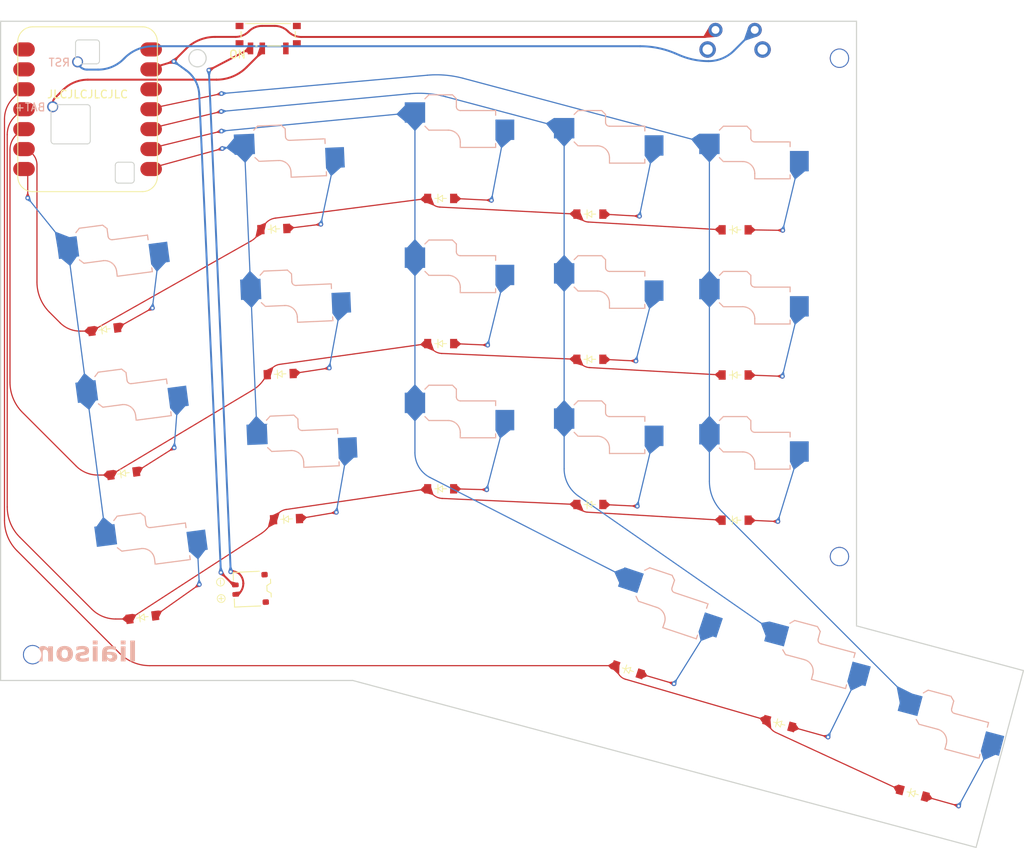
<source format=kicad_pcb>
(kicad_pcb (version 20240108) (generator "pcbnew") (generator_version "8.0")
  (title_block (title "Left") (rev "v1.0.0") (company "Unknown"))
  (layers (0 "F.Cu" signal) (31 "B.Cu" signal) (34 "B.Paste" user) (35 "F.Paste" user) (36 "B.SilkS" user "B.Silkscreen") (37 "F.SilkS" user "F.Silkscreen") (38 "B.Mask" user) (39 "F.Mask" user) (44 "Edge.Cuts" user))
  (net 0 "")
  (net 1 "D0")
  (net 2 "D1")
  (net 3 "R0")
  (net 4 "R1")
  (net 5 "R2")
  (net 6 "R3")
  (net 7 "C0")
  (net 8 "C4")
  (net 9 "C3")
  (net 10 "C2")
  (net 11 "C1")
  (net 12 "RAW3V3")
  (net 13 "RAW5V")
  (net 14 "GND")
  (net 15 "RST")
  (net 16 "BAT")
  (net 17 "pinky_bottom")
  (net 18 "pinky_home")
  (net 19 "pinky_top")
  (net 20 "ring_bottom")
  (net 21 "ring_home")
  (net 22 "ring_top")
  (net 23 "middle_bottom")
  (net 24 "middle_home")
  (net 25 "middle_top")
  (net 26 "index_bottom")
  (net 27 "index_home")
  (net 28 "index_top")
  (net 29 "inner_bottom")
  (net 30 "inner_home")
  (net 31 "inner_top")
  (net 32 "flexion_cluster")
  (net 33 "base_cluster")
  (net 34 "extension_cluster")
  (net 35 "BAT_CONN")
  (footprint "ComboDiode" (layer "F.Cu") (at 157.634462 72.082685)
    (property "Reference" "D11" (hide yes))
    (property "Value" "")
  )
  (footprint "icon_bat" (layer "F.Cu") (at 110.640138 101.517851 92.5)
    (property "Reference" "ICON1" (hide yes))
    (property "Value" "")
  )
  (footprint "ComboDiode" (layer "F.Cu") (at 176.134462 74.082685)
    (property "Reference" "D14" (hide yes))
    (property "Value" "")
  )
  (footprint "ComboDiode" (layer "F.Cu") (at 98.237896 86.615494 7.5)
    (property "Reference" "D2" (hide yes))
    (property "Value" "")
  )
  (footprint "ComboDiode" (layer "F.Cu") (at 95.823162 68.273765 7.5)
    (property "Reference" "D3" (hide yes))
    (property "Value" "")
  )
  (footprint "ComboDiode" (layer "F.Cu") (at 181.753363 118.50284 -15)
    (property "Reference" "D17" (hide yes))
    (property "Value" "")
  )
  (footprint "ComboDiode" (layer "F.Cu") (at 138.634462 51.582685)
    (property "Reference" "D9" (hide yes))
    (property "Value" "")
  )
  (footprint "ComboDiode" (layer "F.Cu") (at 176.134462 92.582685)
    (property "Reference" "D13" (hide yes))
    (property "Value" "")
  )
  (footprint "1:xiao_smd_xl_cutout_minimal" (layer "F.Cu") (at 93.670531 40.21654)
    (property "Reference" "MCU1" (hide yes))
    (property "Value" "" (hide yes))
    (fp_line (start -4.655408 0.101392) (end -4.655408 4.034592) (stroke (width 0.12)) (layer "Edge.Cuts"))
    (fp_line (start -4.274408 4.415592) (end -0.036608 4.415592) (stroke (width 0.12)) (layer "Edge.Cuts"))
    (fp_line (start -3.969608 -0.584408) (end -0.036608 -0.584408) (stroke (width 0.12)) (layer "Edge.Cuts"))
    (fp_line (start -1.530247 -6.470047) (end -1.530247 -8.451047) (stroke (width 0.12)) (layer "Edge.Cuts"))
    (fp_line (start -1.149247 -8.832047) (end 1.136553 -8.832047) (stroke (width 0.12)) (layer "Edge.Cuts"))
    (fp_line (start -0.844447 -5.784247) (end 1.136553 -5.784247) (stroke (width 0.12)) (layer "Edge.Cuts"))
    (fp_line (start 0.344392 -0.203408) (end 0.344392 4.034592) (stroke (width 0.12)) (layer "Edge.Cuts"))
    (fp_line (start 1.517553 -6.165247) (end 1.517553 -8.451047) (stroke (width 0.12)) (layer "Edge.Cuts"))
    (fp_line (start 3.530592 7.132409) (end 3.530592 9.037409) (stroke (width 0.12)) (layer "Edge.Cuts"))
    (fp_line (start 3.911592 6.751409) (end 5.562592 6.751409) (stroke (width 0.12)) (layer "Edge.Cuts"))
    (fp_line (start 3.911592 9.418409) (end 5.562592 9.418409) (stroke (width 0.12)) (layer "Edge.Cuts"))
    (fp_line (start 5.943592 7.132409) (end 5.943592 9.037409) (stroke (width 0.12)) (layer "Edge.Cuts"))
    (fp_arc (start -4.274408 4.415592) (mid -4.543816 4.304) (end -4.655408 4.034592) (stroke (width 0.12)) (layer "Edge.Cuts"))
    (fp_arc (start -3.969608 -0.584408) (mid -4.051799 0.019201) (end -4.655408 0.101392) (stroke (width 0.12)) (layer "Edge.Cuts"))
    (fp_arc (start -1.530247 -8.451047) (mid -1.418655 -8.720455) (end -1.149247 -8.832047) (stroke (width 0.12)) (layer "Edge.Cuts"))
    (fp_arc (start -1.530247 -6.470047) (mid -0.926638 -6.387856) (end -0.844447 -5.784247) (stroke (width 0.12)) (layer "Edge.Cuts"))
    (fp_arc (start -0.036608 -0.584408) (mid 0.2328 -0.472816) (end 0.344392 -0.203408) (stroke (width 0.12)) (layer "Edge.Cuts"))
    (fp_arc (start 0.344392 4.034592) (mid 0.2328 4.304) (end -0.036608 4.415592) (stroke (width 0.12)) (layer "Edge.Cuts"))
    (fp_arc (start 1.136553 -8.832047) (mid 1.405958 -8.720453) (end 1.517553 -8.451047) (stroke (width 0.12)) (layer "Edge.Cuts"))
    (fp_arc (start 1.517553 -6.165247) (mid 1.40596 -5.89584) (end 1.136553 -5.784247) (stroke (width 0.12)) (layer "Edge.Cuts"))
    (fp_arc (start 3.530592 7.132409) (mid 3.642181 6.862993) (end 3.911592 6.751409) (stroke (width 0.12)) (layer "Edge.Cuts"))
    (fp_arc (start 3.911592 9.418409) (mid 3.642186 9.306814) (end 3.530592 9.037409) (stroke (width 0.12)) (layer "Edge.Cuts"))
    (fp_arc (start 5.562592 6.751409) (mid 5.832002 6.862999) (end 5.943592 7.132409) (stroke (width 0.12)) (layer "Edge.Cuts"))
    (fp_arc (start 5.943592 9.037409) (mid 5.831996 9.306808) (end 5.562592 9.418409) (stroke (width 0.12)) (layer "Edge.Cuts"))
  )
  (footprint "ComboDiode" (layer "F.Cu") (at 117.388535 55.482674 2.5)
    (property "Reference" "D6" (hide yes))
    (property "Value" "")
  )
  (footprint "power_switch" (layer "F.Cu") (at 116.670531 30.73354 90)
    (property "Reference" "SW1" (hide yes))
    (property "Value" "")
  )
  (footprint "ComboDiode" (layer "F.Cu") (at 176.134462 55.582685)
    (property "Reference" "D15" (hide yes))
    (property "Value" "")
  )
  (footprint "conn_molex_pico_ezmate_1x02" (layer "F.Cu") (at 114.386569 101.354278 92.5)
    (property "Reference" "CONN1" (hide yes))
    (property "Value" "")
  )
  (footprint "ComboDiode" (layer "F.Cu") (at 138.634462 70.082685)
    (property "Reference" "D8" (hide yes))
    (property "Value" "")
  )
  (footprint "mounting_hole" (layer "F.Cu") (at 189.420531 97.21654)
    (property "Reference" "H3" (hide yes))
    (property "Value" "")
  )
  (footprint "ComboDiode" (layer "F.Cu") (at 119.002453 92.447459 2.5)
    (property "Reference" "D4" (hide yes))
    (property "Value" "")
  )
  (footprint "ComboDiode" (layer "F.Cu") (at 162.490785 111.64179 -18.5)
    (property "Reference" "D16" (hide yes))
    (property "Value" "")
  )
  (footprint "ComboDiode" (layer "F.Cu") (at 100.652631 104.957224 7.5)
    (property "Reference" "D1" (hide yes))
    (property "Value" "")
  )
  (footprint "SKHLLCA010" (layer "F.Cu") (at 176.130531 31.35854)
    (property "Reference" "S19" (hide yes))
    (property "Value" "SKHLLCA010")
  )
  (footprint "mounting_hole" (layer "F.Cu") (at 189.420531 33.71654)
    (property "Reference" "H1" (hide yes))
    (property "Value" "")
  )
  (footprint "ComboDiode" (layer "F.Cu") (at 157.634462 53.582685)
    (property "Reference" "D12" (hide yes))
    (property "Value" "")
  )
  (footprint "ComboDiode" (layer "F.Cu") (at 118.195494 73.965066 2.5)
    (property "Reference" "D5" (hide yes))
    (property "Value" "")
  )
  (footprint "ComboDiode" (layer "F.Cu") (at 157.634462 90.582685)
    (property "Reference" "D10" (hide yes))
    (property "Value" "")
  )
  (footprint "ComboDiode" (layer "F.Cu") (at 138.634462 88.582685)
    (property "Reference" "D7" (hide yes))
    (property "Value" "")
  )
  (footprint "ComboDiode" (layer "F.Cu") (at 198.750659 127.378164 -15)
    (property "Reference" "D18" (hide yes))
    (property "Value" "")
  )
  (footprint "mounting_hole" (layer "F.Cu") (at 86.670531 109.71654)
    (property "Reference" "H2" (hide yes))
    (property "Value" "")
  )
  (footprint "ceoloide:switch_choc_v1_v2" (layer "B.Cu") (at 138.634462 83.582685)
    (property "Reference" "S7" (hide yes))
    (property "Value" "")
  )
  (footprint "ceoloide:switch_choc_v1_v2" (layer "B.Cu") (at 157.634462 48.582685)
    (property "Reference" "S12" (hide yes))
    (property "Value" "")
  )
  (footprint "ceoloide:switch_choc_v1_v2" (layer "B.Cu") (at 157.634462 67.082685)
    (property "Reference" "S11" (hide yes))
    (property "Value" "")
  )
  (footprint "ceoloide:switch_choc_v1_v2" (layer "B.Cu") (at 164.077308 106.900172 -18.5)
    (property "Reference" "S16" (hide yes))
    (property "Value" "")
  )
  (footprint "ceoloide:switch_choc_v1_v2" (layer "B.Cu") (at 200.044754 122.548534 -15)
    (property "Reference" "S18" (hide yes))
    (property "Value" "")
  )
  (footprint "ceoloide:switch_choc_v1_v2" (layer "B.Cu") (at 100 100 7.5)
    (property "Reference" "S1" (hide yes))
    (property "Value" "")
  )
  (footprint "ceoloide:switch_choc_v1_v2" (layer "B.Cu") (at 138.634462 65.082685)
    (property "Reference" "S8" (hide yes))
    (property "Value" "")
  )
  (footprint "ceoloide:switch_choc_v1_v2" (layer "B.Cu") (at 183.047458 113.673211 -15)
    (property "Reference" "S17" (hide yes))
    (property "Value" "")
  )
  (footprint "ceoloide:switch_choc_v1_v2" (layer "B.Cu") (at 117.977397 68.969825 2.5)
    (property "Reference" "S5" (hide yes))
    (property "Value" "")
  )
  (footprint "ceoloide:switch_choc_v1_v2" (layer "B.Cu") (at 117.170438 50.487433 2.5)
    (property "Reference" "S6" (hide yes))
    (property "Value" "")
  )
  (footprint "ceoloide:switch_choc_v1_v2" (layer "B.Cu") (at 176.134462 50.582685)
    (property "Reference" "S15" (hide yes))
    (property "Value" "")
  )
  (footprint "ceoloide:switch_choc_v1_v2" (layer "B.Cu") (at 97.585265 81.65827 7.5)
    (property "Reference" "S2" (hide yes))
    (property "Value" "")
  )
  (footprint "ceoloide:switch_choc_v1_v2" (layer "B.Cu") (at 157.634462 85.582685)
    (property "Reference" "S10" (hide yes))
    (property "Value" "")
  )
  (footprint "ceoloide:switch_choc_v1_v2" (layer "B.Cu") (at 118.784356 87.452217 2.5)
    (property "Reference" "S4" (hide yes))
    (property "Value" "")
  )
  (footprint "ceoloide:switch_choc_v1_v2" (layer "B.Cu") (at 176.134462 69.082685)
    (property "Reference" "S14" (hide yes))
    (property "Value" "")
  )
  (footprint "ceoloide:switch_choc_v1_v2" (layer "B.Cu") (at 138.634462 46.582685)
    (property "Reference" "S9" (hide yes))
    (property "Value" "")
  )
  (footprint "ceoloide:switch_choc_v1_v2" (layer "B.Cu") (at 95.170531 63.31654 7.5)
    (property "Reference" "S3" (hide yes))
    (property "Value" "")
  )
  (footprint "ceoloide:switch_choc_v1_v2" (layer "B.Cu") (at 176.134462 87.582685)
    (property "Reference" "S13" (hide yes))
    (property "Value" "")
  )
  (gr_line (start 191.593031 106.049703) (end 212.852527 111.746168) (stroke (width 0.15)) (layer "Edge.Cuts"))
  (gr_line (start 206.815655 134.276079) (end 212.852527 111.746168) (stroke (width 0.15)) (layer "Edge.Cuts"))
  (gr_line (start 127.44412 113.00854) (end 206.815655 134.276079) (stroke (width 0.15)) (layer "Edge.Cuts"))
  (gr_line (start 82.593031 29.00854) (end 82.593031 113.00854) (stroke (width 0.15)) (layer "Edge.Cuts"))
  (gr_line (start 191.593031 29.00854) (end 82.593031 29.00854) (stroke (width 0.15)) (layer "Edge.Cuts"))
  (gr_line (start 82.593031 113.00854) (end 127.44412 113.00854) (stroke (width 0.15)) (layer "Edge.Cuts"))
  (gr_line (start 191.593031 106.049703) (end 191.593031 29.00854) (stroke (width 0.15)) (layer "Edge.Cuts"))
  (gr_circle (center 107.670531 33.71654) (end 108.770531 33.71654) (stroke (width 0.15)) (fill none) (layer "Edge.Cuts"))
  (gr_text "liaison" (at 100 111 0) (layer "B.SilkS") (effects (font (size 2.5 2.5) (thickness 0.3) (bold yes)) (justify left bottom mirror)))
  (gr_text "JLCJLCJLCJLC" (at 93.670531 38.31654 0) (layer "F.SilkS") (effects (font (size 1 1))))
  (gr_text "ON" (at 112.770531 33.23354 0) (layer "F.SilkS") (effects (font (size 1 1))))
  (segment (start 155.352683 53.550191) (end 138.536173 52.685291) (width 0.15) (layer "F.Cu") (net 3))
  (segment (start 92.708205 68.489133) (end 94.187278 68.489133) (width 0.15) (layer "F.Cu") (net 3))
  (segment (start 136.303058 51.670824) (end 117.58785 54.091624) (width 0.15) (layer "F.Cu") (net 3))
  (segment (start 86.638031 45.88404) (end 86.050531 45.29654) (width 0.15) (layer "F.Cu") (net 3))
  (segment (start 157.431537 54.586878) (end 174.484462 55.582685) (width 0.15) (layer "F.Cu") (net 3))
  (segment (start 87.225531 62.231567) (end 87.225531 47.30239) (width 0.15) (layer "F.Cu") (net 3))
  (segment (start 88.819323 66.079323) (end 90.18327 67.44327) (width 0.15) (layer "F.Cu") (net 3))
  (segment (start 94.187278 68.489133) (end 114.507963 56.995716) (width 0.15) (layer "F.Cu") (net 3))
  (segment (start 116.129471 55.032359) (end 116.245052 54.877323) (width 0.15) (layer "F.Cu") (net 3))
  (arc (start 137.417231 52.116342) (mid 136.918096 51.748654) (end 136.303058 51.670824) (width 0.15) (layer "F.Cu") (net 3))
  (arc (start 86.638031 45.88404) (mid 87.072844 46.534784) (end 87.225531 47.30239) (width 0.15) (layer "F.Cu") (net 3))
  (arc (start 155.352683 53.550191) (mid 155.926044 53.700338) (end 156.392231 54.066342) (width 0.15) (layer "F.Cu") (net 3))
  (arc (start 137.417231 52.116342) (mid 137.916215 52.519775) (end 138.536173 52.685291) (width 0.15) (layer "F.Cu") (net 3))
  (arc (start 156.392231 54.066342) (mid 156.858312 54.433572) (end 157.431537 54.586878) (width 0.15) (layer "F.Cu") (net 3))
  (arc (start 116.129471 55.032359) (mid 115.754318 55.564125) (end 115.407552 56.114823) (width 0.15) (layer "F.Cu") (net 3))
  (arc (start 115.407552 56.114823) (mid 115.015375 56.61411) (end 114.507963 56.995716) (width 0.15) (layer "F.Cu") (net 3))
  (arc (start 90.18327 67.44327) (mid 91.34172 68.217322) (end 92.708205 68.489133) (width 0.15) (layer "F.Cu") (net 3))
  (arc (start 117.58785 54.091624) (mid 116.836658 54.348104) (end 116.245052 54.877323) (width 0.15) (layer "F.Cu") (net 3))
  (arc (start 87.225531 62.231567) (mid 87.639744 64.313957) (end 88.819323 66.079323) (width 0.15) (layer "F.Cu") (net 3))
  (segment (start 114.759441 75.958407) (end 96.602012 86.830862) (width 0.15) (layer "F.Cu") (net 4))
  (segment (start 83.79 45.374319) (end 83.79 75.006036) (width 0.15) (layer "F.Cu") (net 4))
  (segment (start 85.686995 42.75654) (end 86.050531 42.75654) (width 0.15) (layer "F.Cu") (net 4))
  (segment (start 84.556729 43.523269) (end 85.066401 43.013598) (width 0.15) (layer "F.Cu") (net 4))
  (segment (start 155.984462 72.082685) (end 156.454731 72.591342) (width 0.15) (layer "F.Cu") (net 4))
  (segment (start 118.166051 72.721101) (end 136.984462 70.082685) (width 0.15) (layer "F.Cu") (net 4))
  (segment (start 94.981437 86.830862) (end 96.602012 86.830862) (width 0.15) (layer "F.Cu") (net 4))
  (segment (start 116.036031 74.768518) (end 116.118508 74.650464) (width 0.15) (layer "F.Cu") (net 4))
  (segment (start 137.479731 70.691342) (end 136.984462 70.082685) (width 0.15) (layer "F.Cu") (net 4))
  (segment (start 157.616655 73.138707) (end 174.484462 74.082685) (width 0.15) (layer "F.Cu") (net 4))
  (segment (start 155.984462 72.082685) (end 138.75896 71.33407) (width 0.15) (layer "F.Cu") (net 4))
  (segment (start 92.214942 85.684942) (end 85.383792 78.853792) (width 0.15) (layer "F.Cu") (net 4))
  (arc (start 116.036031 74.768518) (mid 115.460656 75.430967) (end 114.759441 75.958407) (width 0.15) (layer "F.Cu") (net 4))
  (arc (start 156.454731 72.591342) (mid 156.982441 72.978064) (end 157.616655 73.138707) (width 0.15) (layer "F.Cu") (net 4))
  (arc (start 116.986032 73.431019) (mid 116.549667 74.038889) (end 116.118508 74.650464) (width 0.15) (layer "F.Cu") (net 4))
  (arc (start 84.556729 43.523269) (mid 83.989266 44.372538) (end 83.79 45.374319) (width 0.15) (layer "F.Cu") (net 4))
  (arc (start 137.479731 70.691342) (mid 138.050486 71.149757) (end 138.75896 71.33407) (width 0.15) (layer "F.Cu") (net 4))
  (arc (start 92.214942 85.684942) (mid 93.48422 86.533047) (end 94.981437 86.830862) (width 0.15) (layer "F.Cu") (net 4))
  (arc (start 85.686995 42.75654) (mid 85.351132 42.823347) (end 85.066401 43.013598) (width 0.15) (layer "F.Cu") (net 4))
  (arc (start 118.166051 72.721101) (mid 117.50366 72.955749) (end 116.986032 73.431019) (width 0.15) (layer "F.Cu") (net 4))
  (arc (start 83.79 75.006036) (mid 84.204213 77.088426) (end 85.383792 78.853792) (width 0.15) (layer "F.Cu") (net 4))
  (segment (start 116.902011 93.184715) (end 116.938641 93.130802) (width 0.15) (layer "F.Cu") (net 5))
  (segment (start 156.354731 91.053842) (end 155.984462 90.582685) (width 0.15) (layer "F.Cu") (net 5))
  (segment (start 83.44 43.448878) (end 83.44 90.896036) (width 0.15) (layer "F.Cu") (net 5))
  (segment (start 136.984462 88.582685) (end 118.956359 91.218087) (width 0.15) (layer "F.Cu") (net 5))
  (segment (start 157.32318 91.560625) (end 174.484462 92.582685) (width 0.15) (layer "F.Cu") (net 5))
  (segment (start 115.77547 94.288095) (end 99.016747 105.172592) (width 0.15) (layer "F.Cu") (net 5))
  (segment (start 97.239669 105.172592) (end 99.016747 105.172592) (width 0.15) (layer "F.Cu") (net 5))
  (segment (start 137.517231 89.178842) (end 136.984462 88.582685) (width 0.15) (layer "F.Cu") (net 5))
  (segment (start 94.206008 103.916008) (end 85.033792 94.743792) (width 0.15) (layer "F.Cu") (net 5))
  (segment (start 138.848719 89.81097) (end 155.984462 90.582685) (width 0.15) (layer "F.Cu") (net 5))
  (segment (start 85.079937 40.470062) (end 84.38673 41.16327) (width 0.15) (layer "F.Cu") (net 5))
  (segment (start 85.691995 40.21654) (end 86.050531 40.21654) (width 0.15) (layer "F.Cu") (net 5))
  (arc (start 85.691995 40.21654) (mid 85.360751 40.282428) (end 85.079937 40.470062) (width 0.15) (layer "F.Cu") (net 5))
  (arc (start 156.354731 91.053842) (mid 156.784599 91.411106) (end 157.32318 91.560625) (width 0.15) (layer "F.Cu") (net 5))
  (arc (start 116.902011 93.184715) (mid 116.393815 93.792636) (end 115.77547 94.288095) (width 0.15) (layer "F.Cu") (net 5))
  (arc (start 84.38673 41.16327) (mid 83.686047 42.211915) (end 83.44 43.448878) (width 0.15) (layer "F.Cu") (net 5))
  (arc (start 94.206008 103.916008) (mid 95.597863 104.846016) (end 97.239669 105.172592) (width 0.15) (layer "F.Cu") (net 5))
  (arc (start 118.956359 91.218087) (mid 118.301972 91.452555) (end 117.789511 91.922215) (width 0.15) (layer "F.Cu") (net 5))
  (arc (start 117.789511 91.922215) (mid 117.359049 92.522969) (end 116.938641 93.130802) (width 0.15) (layer "F.Cu") (net 5))
  (arc (start 83.44 90.896036) (mid 83.854213 92.978426) (end 85.033792 94.743792) (width 0.15) (layer "F.Cu") (net 5))
  (arc (start 137.517231 89.178842) (mid 138.119194 89.62925) (end 138.848719 89.81097) (width 0.15) (layer "F.Cu") (net 5))
  (segment (start 101.5822 111.118237) (end 160.926051 111.118237) (width 0.15) (layer "F.Cu") (net 6))
  (segment (start 97.734444 109.524444) (end 84.683792 96.473792) (width 0.15) (layer "F.Cu") (net 6))
  (segment (start 161.163025 111.871618) (end 160.926051 111.118237) (width 0.15) (layer "F.Cu") (net 6))
  (segment (start 179.495032 117.882697) (end 162.158406 112.845362) (width 0.15) (layer "F.Cu") (net 6))
  (segment (start 181.328259 119.64018) (end 197.156881 126.951114) (width 0.15) (layer "F.Cu") (net 6))
  (segment (start 83.09 41.472223) (end 83.09 92.626036) (width 0.15) (layer "F.Cu") (net 6))
  (segment (start 85.681995 37.67654) (end 86.050531 37.67654) (width 0.15) (layer "F.Cu") (net 6))
  (segment (start 84.201729 38.788269) (end 85.052866 37.937133) (width 0.15) (layer "F.Cu") (net 6))
  (arc (start 179.495032 117.882697) (mid 180.055988 118.192434) (end 180.429792 118.712895) (width 0.15) (layer "F.Cu") (net 6))
  (arc (start 85.681995 37.67654) (mid 85.341512 37.744265) (end 85.052866 37.937133) (width 0.15) (layer "F.Cu") (net 6))
  (arc (start 84.201729 38.788269) (mid 83.378928 40.019677) (end 83.09 41.472223) (width 0.15) (layer "F.Cu") (net 6))
  (arc (start 83.09 92.626036) (mid 83.504213 94.708426) (end 84.683792 96.473792) (width 0.15) (layer "F.Cu") (net 6))
  (arc (start 161.163025 111.871618) (mid 161.538563 112.483357) (end 162.158406 112.845362) (width 0.15) (layer "F.Cu") (net 6))
  (arc (start 180.429792 118.712895) (mid 180.792621 119.260256) (end 181.328259 119.64018) (width 0.15) (layer "F.Cu") (net 6))
  (arc (start 97.734444 109.524444) (mid 99.499809 110.704023) (end 101.5822 111.118237) (width 0.15) (layer "F.Cu") (net 6))
  (segment (start 86.05 51.525) (end 86.05 47.837446) (width 0.15) (layer "F.Cu") (net 7))
  (segment (start 86.050265 47.836805) (end 86.050531 47.83654) (width 0.15) (layer "F.Cu") (net 7))
  (via (at 86.05 51.525) (size 0.6) (drill 0.3) (layers "F.Cu" "B.Cu") (net 7))
  (arc (start 86.050265 47.836805) (mid 86.050068 47.837099) (end 86.05 47.837446) (width 0.15) (layer "F.Cu") (net 7))
  (segment (start 93.561652 76.186646) (end 91.146918 57.844916) (width 0.15) (layer "B.Cu") (net 7))
  (segment (start 93.561652 76.186646) (end 95.976387 94.528376) (width 0.15) (layer "B.Cu") (net 7))
  (segment (start 86.05 51.525) (end 91.146918 57.844916) (width 0.15) (layer "B.Cu") (net 7))
  (segment (start 110.725 38.225) (end 101.290531 40.21654) (width 0.15) (layer "F.Cu") (net 8))
  (via (at 110.725 38.225) (size 0.6) (drill 0.3) (layers "F.Cu" "B.Cu") (net 8))
  (segment (start 172.859462 44.632685) (end 141.496855 36.273837) (width 0.15) (layer "B.Cu") (net 8))
  (segment (start 172.859462 87.635498) (end 172.859462 81.632685) (width 0.15) (layer "B.Cu") (net 8))
  (segment (start 110.725 38.225) (end 136.933947 35.882044) (width 0.15) (layer "B.Cu") (net 8))
  (segment (start 198.42132 115.702481) (end 198.42132 115.953643) (width 0.15) (layer "B.Cu") (net 8))
  (segment (start 172.859462 63.132685) (end 172.859462 81.632685) (width 0.15) (layer "B.Cu") (net 8))
  (segment (start 172.859462 63.132685) (end 172.859462 44.632685) (width 0.15) (layer "B.Cu") (net 8))
  (segment (start 174.453254 91.483254) (end 198.243722 115.273722) (width 0.15) (layer "B.Cu") (net 8))
  (arc (start 198.243722 115.273722) (mid 198.375163 115.470438) (end 198.42132 115.702481) (width 0.15) (layer "B.Cu") (net 8))
  (arc (start 141.496855 36.273837) (mid 139.232567 35.878017) (end 136.933947 35.882044) (width 0.15) (layer "B.Cu") (net 8))
  (arc (start 172.859462 87.635498) (mid 173.273675 89.717888) (end 174.453254 91.483254) (width 0.15) (layer "B.Cu") (net 8))
  (segment (start 110.7 40.5) (end 101.290531 42.75654) (width 0.15) (layer "F.Cu") (net 9))
  (via (at 110.7 40.5) (size 0.6) (drill 0.3) (layers "F.Cu" "B.Cu") (net 9))
  (segment (start 154.359462 86.030529) (end 154.359462 79.632685) (width 0.15) (layer "B.Cu") (net 9))
  (segment (start 154.359462 42.632685) (end 154.359462 61.132685) (width 0.15) (layer "B.Cu") (net 9))
  (segment (start 154.359462 42.632685) (end 139.271864 38.62224) (width 0.15) (layer "B.Cu") (net 9))
  (segment (start 134.71032 38.242619) (end 110.7 40.5) (width 0.15) (layer "B.Cu") (net 9))
  (segment (start 154.359462 79.632685) (end 154.359462 61.132685) (width 0.15) (layer "B.Cu") (net 9))
  (segment (start 156.173347 89.503058) (end 181.424024 107.07832) (width 0.15) (layer "B.Cu") (net 9))
  (arc (start 154.359462 86.030529) (mid 154.840251 87.989396) (end 156.173347 89.503058) (width 0.15) (layer "B.Cu") (net 9))
  (arc (start 139.271864 38.62224) (mid 137.007912 38.230314) (end 134.71032 38.242619) (width 0.15) (layer "B.Cu") (net 9))
  (segment (start 110.725 43) (end 101.290531 45.29654) (width 0.15) (layer "F.Cu") (net 10))
  (via (at 110.725 43) (size 0.6) (drill 0.3) (layers "F.Cu" "B.Cu") (net 10))
  (segment (start 135.359462 40.632685) (end 135.359462 59.132685) (width 0.15) (layer "B.Cu") (net 10))
  (segment (start 137.292423 87.147661) (end 162.859511 100.218474) (width 0.15) (layer "B.Cu") (net 10))
  (segment (start 135.359462 40.632685) (end 110.725 43) (width 0.15) (layer "B.Cu") (net 10))
  (segment (start 135.359462 77.632685) (end 135.359462 59.132685) (width 0.15) (layer "B.Cu") (net 10))
  (segment (start 135.359462 77.632685) (end 135.359462 83.988545) (width 0.15) (layer "B.Cu") (net 10))
  (arc (start 135.359462 83.988545) (mid 135.881039 85.840325) (end 137.292423 87.147661) (width 0.15) (layer "B.Cu") (net 10))
  (segment (start 110.825 45.225) (end 101.290531 47.83654) (width 0.15) (layer "F.Cu") (net 11))
  (via (at 110.825 45.225) (size 0.6) (drill 0.3) (layers "F.Cu" "B.Cu") (net 11))
  (segment (start 110.825 45.225) (end 113.63902 44.68595) (width 0.15) (layer "B.Cu") (net 11))
  (segment (start 114.445979 63.168342) (end 115.252938 81.650734) (width 0.15) (layer "B.Cu") (net 11))
  (segment (start 114.445979 63.168342) (end 113.63902 44.68595) (width 0.15) (layer "B.Cu") (net 11))
  (segment (start 110.65 99.25) (end 112.148053 100.748053) (width 0.25) (layer "F.Cu") (net 14))
  (segment (start 104.65 34.1) (end 104.65 34.125) (width 0.25) (layer "F.Cu") (net 14))
  (segment (start 104.667677 34.057322) (end 106.1875 32.5375) (width 0.25) (layer "F.Cu") (net 14))
  (segment (start 120.904528 31.00854) (end 172.094134 31.00854) (width 0.25) (layer "F.Cu") (net 14))
  (segment (start 112.361908 100.836635) (end 112.487182 100.836635) (width 0.25) (layer "F.Cu") (net 14))
  (segment (start 109.899353 31) (end 112.513394 31) (width 0.25) (layer "F.Cu") (net 14))
  (segment (start 173.180531 30.55854) (end 173.630531 30.10854) (width 0.25) (layer "F.Cu") (net 14))
  (segment (start 101.338942 35.121963) (end 104.65 34.125) (width 0.25) (layer "F.Cu") (net 14))
  (segment (start 115.893293 29.6) (end 117.504011 29.6) (width 0.25) (layer "F.Cu") (net 14))
  (via (at 104.65 34.125) (size 0.6) (drill 0.3) (layers "F.Cu" "B.Cu") (net 14))
  (via (at 110.65 99.25) (size 0.6) (drill 0.3) (layers "F.Cu" "B.Cu") (net 14))
  (arc (start 112.148053 100.748053) (mid 112.24617 100.813613) (end 112.361908 100.836635) (width 0.25) (layer "F.Cu") (net 14))
  (arc (start 101.254781 35.17229) (mid 101.215182 35.198748) (end 101.168472 35.20804) (width 0.25) (layer "F.Cu") (net 14))
  (arc (start 173.180531 30.55854) (mid 172.682087 30.891588) (end 172.094134 31.00854) (width 0.25) (layer "F.Cu") (net 14))
  (arc (start 114.203344 30.3) (mid 113.427988 30.818075) (end 112.513394 31) (width 0.25) (layer "F.Cu") (net 14))
  (arc (start 119.20427 30.30427) (mid 118.424184 29.783033) (end 117.504011 29.6) (width 0.25) (layer "F.Cu") (net 14))
  (arc (start 109.899353 31) (mid 107.890512 31.399583) (end 106.1875 32.5375) (width 0.25) (layer "F.Cu") (net 14))
  (arc (start 119.20427 30.30427) (mid 119.984355 30.825506) (end 120.904528 31.00854) (width 0.25) (layer "F.Cu") (net 14))
  (arc (start 115.893293 29.6) (mid 114.978699 29.781924) (end 114.203344 30.3) (width 0.25) (layer "F.Cu") (net 14))
  (arc (start 104.667677 34.057322) (mid 104.654594 34.076902) (end 104.65 34.1) (width 0.25) (layer "F.Cu") (net 14))
  (segment (start 107.888008 38.34082) (end 110.65 99.25) (width 0.25) (layer "B.Cu") (net 14))
  (segment (start 106.225 35.2625) (end 104.65 34.125) (width 0.25) (layer "B.Cu") (net 14))
  (arc (start 106.225 35.2625) (mid 107.408778 36.61135) (end 107.888008 38.34082) (width 0.25) (layer "B.Cu") (net 14))
  (segment (start 92.400531 34.347249) (end 92.400531 34.18454) (width 0.25) (layer "F.Cu") (net 15))
  (arc (start 92.400531 34.347249) (mid 92.430432 34.497572) (end 92.515583 34.62501) (width 0.25) (layer "F.Cu") (net 15))
  (segment (start 176.002574 32.736496) (end 178.630531 30.10854) (width 0.25) (layer "B.Cu") (net 15))
  (segment (start 168.504233 33.097908) (end 169.071436 33.339327) (width 0.25) (layer "B.Cu") (net 15))
  (segment (start 101.997659 32.189517) (end 164.050489 32.189517) (width 0.25) (layer "B.Cu") (net 15))
  (segment (start 92.752109 34.817937) (end 92.500169 34.565997) (width 0.25) (layer "B.Cu") (net 15))
  (segment (start 98.400483 33.679515) (end 98.256391 33.823608) (width 0.25) (layer "B.Cu") (net 15))
  (segment (start 93.600893 35.169515) (end 95.007086 35.169515) (width 0.25) (layer "B.Cu") (net 15))
  (segment (start 92.400531 34.325449) (end 92.400531 34.18454) (width 0.25) (layer "B.Cu") (net 15))
  (arc (start 168.504233 33.097908) (mid 166.323208 32.418928) (end 164.050489 32.189517) (width 0.25) (layer "B.Cu") (net 15))
  (arc (start 101.997659 32.189517) (mid 100.050881 32.576754) (end 98.400483 33.679515) (width 0.25) (layer "B.Cu") (net 15))
  (arc (start 98.256391 33.823608) (mid 96.765597 34.819725) (end 95.007086 35.169515) (width 0.25) (layer "B.Cu") (net 15))
  (arc (start 92.400531 34.325449) (mid 92.426426 34.455632) (end 92.500169 34.565997) (width 0.25) (layer "B.Cu") (net 15))
  (arc (start 92.752109 34.817937) (mid 93.141534 35.078142) (end 93.600893 35.169515) (width 0.25) (layer "B.Cu") (net 15))
  (arc (start 176.002574 32.736496) (mid 174.505934 33.736519) (end 172.740527 34.087681) (width 0.25) (layer "B.Cu") (net 15))
  (arc (start 169.071436 33.339327) (mid 170.868211 33.898686) (end 172.740527 34.087681) (width 0.25) (layer "B.Cu") (net 15))
  (segment (start 115.920531 32.66854) (end 115.920531 32.46854) (width 0.25) (layer "F.Cu") (net 16))
  (segment (start 89.517237 38.782762) (end 90.536995 37.763004) (width 0.25) (layer "F.Cu") (net 16))
  (segment (start 89.225531 39.487004) (end 89.225531 39.89954) (width 0.25) (layer "F.Cu") (net 16))
  (segment (start 110.083567 36.45154) (end 93.70315 36.45154) (width 0.25) (layer "F.Cu") (net 16))
  (segment (start 113.931323 34.857746) (end 115.779109 33.009961) (width 0.25) (layer "F.Cu") (net 16))
  (arc (start 113.931323 34.857746) (mid 112.165957 36.037326) (end 110.083567 36.45154) (width 0.25) (layer "F.Cu") (net 16))
  (arc (start 89.517237 38.782762) (mid 89.301342 39.105871) (end 89.225531 39.487004) (width 0.25) (layer "F.Cu") (net 16))
  (arc (start 93.70315 36.45154) (mid 91.989639 36.792378) (end 90.536995 37.763004) (width 0.25) (layer "F.Cu") (net 16))
  (arc (start 115.920531 32.66854) (mid 115.883776 32.853315) (end 115.779109 33.009961) (width 0.25) (layer "F.Cu") (net 16))
  (segment (start 107.9 100.775) (end 102.288515 104.741856) (width 0.15) (layer "F.Cu") (net 17))
  (via (at 107.9 100.775) (size 0.6) (drill 0.3) (layers "F.Cu" "B.Cu") (net 17))
  (segment (start 107.9 100.775) (end 107.615589 95.21503) (width 0.15) (layer "B.Cu") (net 17))
  (segment (start 104.7 83.35) (end 99.87378 86.400126) (width 0.15) (layer "F.Cu") (net 18))
  (via (at 104.7 83.35) (size 0.6) (drill 0.3) (layers "F.Cu" "B.Cu") (net 18))
  (segment (start 104.7 83.35) (end 105.200854 76.8733) (width 0.15) (layer "B.Cu") (net 18))
  (segment (start 101.925 65.55) (end 97.459046 68.058397) (width 0.15) (layer "F.Cu") (net 19))
  (via (at 101.925 65.55) (size 0.6) (drill 0.3) (layers "F.Cu" "B.Cu") (net 19))
  (segment (start 101.925 65.55) (end 102.78612 58.53157) (width 0.15) (layer "B.Cu") (net 19))
  (segment (start 125.35 91.575) (end 120.650883 92.375487) (width 0.15) (layer "F.Cu") (net 20))
  (via (at 125.35 91.575) (size 0.6) (drill 0.3) (layers "F.Cu" "B.Cu") (net 20))
  (segment (start 125.35 91.575) (end 126.788003 83.349198) (width 0.15) (layer "B.Cu") (net 20))
  (segment (start 124.45 73.189885) (end 119.843924 73.893094) (width 0.15) (layer "F.Cu") (net 21))
  (via (at 124.45 73.189885) (size 0.6) (drill 0.3) (layers "F.Cu" "B.Cu") (net 21))
  (segment (start 124.45 73.189885) (end 125.981044 64.866806) (width 0.15) (layer "B.Cu") (net 21))
  (segment (start 123.375 54.875) (end 119.036965 55.410702) (width 0.15) (layer "F.Cu") (net 22))
  (via (at 123.375 54.875) (size 0.6) (drill 0.3) (layers "F.Cu" "B.Cu") (net 22))
  (segment (start 123.375 54.875) (end 125.174085 46.384414) (width 0.15) (layer "B.Cu") (net 22))
  (segment (start 144.5 88.7) (end 140.284462 88.582685) (width 0.15) (layer "F.Cu") (net 23))
  (via (at 144.5 88.7) (size 0.6) (drill 0.3) (layers "F.Cu" "B.Cu") (net 23))
  (segment (start 144.5 88.7) (end 146.809462 79.832685) (width 0.15) (layer "B.Cu") (net 23))
  (segment (start 144.625 70.275) (end 140.284462 70.082685) (width 0.15) (layer "F.Cu") (net 24))
  (via (at 144.625 70.275) (size 0.6) (drill 0.3) (layers "F.Cu" "B.Cu") (net 24))
  (segment (start 144.625 70.275) (end 146.809462 61.332685) (width 0.15) (layer "B.Cu") (net 24))
  (segment (start 145.1 51.825) (end 140.284462 51.582685) (width 0.15) (layer "F.Cu") (net 25))
  (via (at 145.1 51.825) (size 0.6) (drill 0.3) (layers "F.Cu" "B.Cu") (net 25))
  (segment (start 145.1 51.825) (end 146.809462 42.832685) (width 0.15) (layer "B.Cu") (net 25))
  (segment (start 163.675 90.8) (end 159.284462 90.582685) (width 0.15) (layer "F.Cu") (net 26))
  (via (at 163.675 90.8) (size 0.6) (drill 0.3) (layers "F.Cu" "B.Cu") (net 26))
  (segment (start 163.675 90.8) (end 165.809462 81.832685) (width 0.15) (layer "B.Cu") (net 26))
  (segment (start 163.5 72.3) (end 159.284462 72.082685) (width 0.15) (layer "F.Cu") (net 27))
  (via (at 163.5 72.3) (size 0.6) (drill 0.3) (layers "F.Cu" "B.Cu") (net 27))
  (segment (start 163.5 72.3) (end 165.809462 63.332685) (width 0.15) (layer "B.Cu") (net 27))
  (segment (start 163.95 53.85) (end 159.284462 53.582685) (width 0.15) (layer "F.Cu") (net 28))
  (via (at 163.95 53.85) (size 0.6) (drill 0.3) (layers "F.Cu" "B.Cu") (net 28))
  (segment (start 163.95 53.85) (end 165.809462 44.832685) (width 0.15) (layer "B.Cu") (net 28))
  (segment (start 181.575 92.75) (end 177.784462 92.582685) (width 0.15) (layer "F.Cu") (net 29))
  (via (at 181.575 92.75) (size 0.6) (drill 0.3) (layers "F.Cu" "B.Cu") (net 29))
  (segment (start 181.575 92.75) (end 184.309462 83.832685) (width 0.15) (layer "B.Cu") (net 29))
  (segment (start 182.15 74.25) (end 177.784462 74.082685) (width 0.15) (layer "F.Cu") (net 30))
  (via (at 182.15 74.25) (size 0.6) (drill 0.3) (layers "F.Cu" "B.Cu") (net 30))
  (segment (start 182.15 74.25) (end 184.309462 65.332685) (width 0.15) (layer "B.Cu") (net 30))
  (segment (start 182.2 55.65) (end 177.784462 55.582685) (width 0.15) (layer "F.Cu") (net 31))
  (via (at 182.2 55.65) (size 0.6) (drill 0.3) (layers "F.Cu" "B.Cu") (net 31))
  (segment (start 182.2 55.65) (end 184.309462 46.832685) (width 0.15) (layer "B.Cu") (net 31))
  (segment (start 168.35 113.425) (end 164.055519 112.165343) (width 0.15) (layer "F.Cu") (net 32))
  (via (at 168.35 113.425) (size 0.6) (drill 0.3) (layers "F.Cu" "B.Cu") (net 32))
  (segment (start 168.35 113.425) (end 173.019746 105.937924) (width 0.15) (layer "B.Cu") (net 32))
  (segment (start 187.966137 120.216137) (end 183.347141 118.92989) (width 0.15) (layer "F.Cu") (net 33))
  (via (at 187.966137 120.216137) (size 0.6) (drill 0.3) (layers "F.Cu" "B.Cu") (net 33))
  (segment (start 187.966137 120.216137) (end 191.914473 112.166835) (width 0.15) (layer "B.Cu") (net 33))
  (segment (start 204.6 129) (end 200.344437 127.805214) (width 0.15) (layer "F.Cu") (net 34))
  (via (at 204.6 129) (size 0.6) (drill 0.3) (layers "F.Cu" "B.Cu") (net 34))
  (segment (start 204.6 129) (end 208.911769 121.042158) (width 0.15) (layer "B.Cu") (net 34))
  (segment (start 112.702016 102.035493) (end 112.539525 102.035493) (width 0.25) (layer "F.Cu") (net 35))
  (segment (start 113.5 100.608549) (end 113.5 100.663734) (width 0.25) (layer "F.Cu") (net 35))
  (segment (start 114.420531 32.46854) (end 109.118065 35.24) (width 0.25) (layer "F.Cu") (net 35))
  (segment (start 112.312487 99.15) (end 111.9 99.15) (width 0.25) (layer "F.Cu") (net 35))
  (via (at 111.9 99.15) (size 0.6) (drill 0.3) (layers "F.Cu" "B.Cu") (net 35))
  (via (at 109.118065 35.24) (size 0.6) (drill 0.3) (layers "F.Cu" "B.Cu") (net 35))
  (arc (start 113.016681 99.441681) (mid 112.693586 99.225803) (end 112.312487 99.15) (width 0.25) (layer "F.Cu") (net 35))
  (arc (start 113.5 100.663734) (mid 113.364696 101.343955) (end 112.979405 101.920594) (width 0.25) (layer "F.Cu") (net 35))
  (arc (start 113.016681 99.441681) (mid 113.374384 99.977033) (end 113.5 100.608549) (width 0.25) (layer "F.Cu") (net 35))
  (arc (start 112.979405 101.920594) (mid 112.852137 102.005631) (end 112.702016 102.035493) (width 0.25) (layer "F.Cu") (net 35))
  (segment (start 109.118065 35.24) (end 111.9 99.15) (width 0.25) (layer "B.Cu") (net 35))
)
</source>
